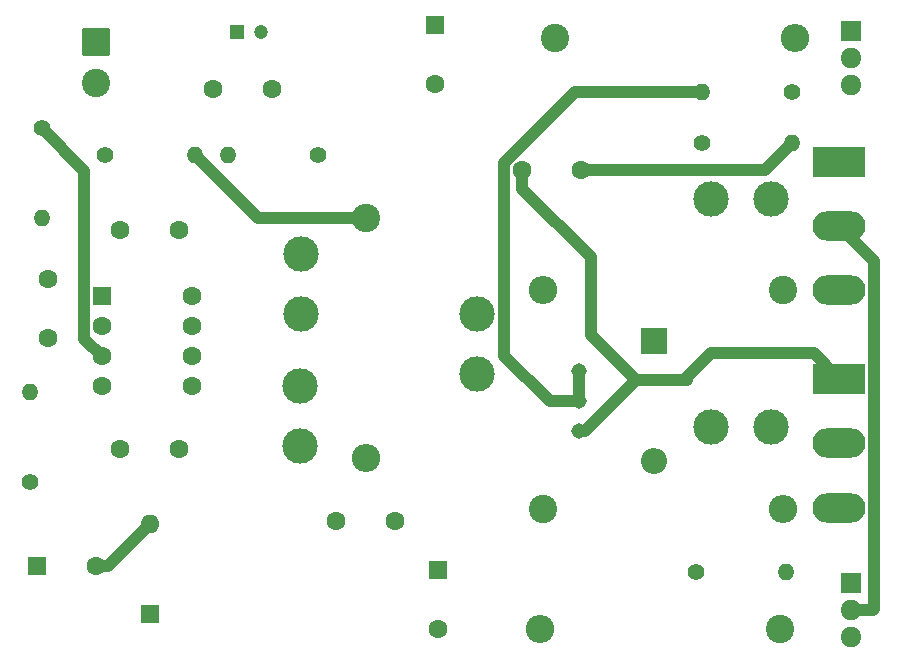
<source format=gbr>
%TF.GenerationSoftware,KiCad,Pcbnew,9.0.0*%
%TF.CreationDate,2025-04-03T19:27:17-04:00*%
%TF.ProjectId,diamond,6469616d-6f6e-4642-9e6b-696361645f70,rev?*%
%TF.SameCoordinates,Original*%
%TF.FileFunction,Copper,L1,Top*%
%TF.FilePolarity,Positive*%
%FSLAX46Y46*%
G04 Gerber Fmt 4.6, Leading zero omitted, Abs format (unit mm)*
G04 Created by KiCad (PCBNEW 9.0.0) date 2025-04-03 19:27:17*
%MOMM*%
%LPD*%
G01*
G04 APERTURE LIST*
G04 Aperture macros list*
%AMRoundRect*
0 Rectangle with rounded corners*
0 $1 Rounding radius*
0 $2 $3 $4 $5 $6 $7 $8 $9 X,Y pos of 4 corners*
0 Add a 4 corners polygon primitive as box body*
4,1,4,$2,$3,$4,$5,$6,$7,$8,$9,$2,$3,0*
0 Add four circle primitives for the rounded corners*
1,1,$1+$1,$2,$3*
1,1,$1+$1,$4,$5*
1,1,$1+$1,$6,$7*
1,1,$1+$1,$8,$9*
0 Add four rect primitives between the rounded corners*
20,1,$1+$1,$2,$3,$4,$5,0*
20,1,$1+$1,$4,$5,$6,$7,0*
20,1,$1+$1,$6,$7,$8,$9,0*
20,1,$1+$1,$8,$9,$2,$3,0*%
G04 Aperture macros list end*
%TA.AperFunction,ComponentPad*%
%ADD10O,1.600000X1.600000*%
%TD*%
%TA.AperFunction,ComponentPad*%
%ADD11R,1.600000X1.600000*%
%TD*%
%TA.AperFunction,ComponentPad*%
%ADD12C,1.600000*%
%TD*%
%TA.AperFunction,ComponentPad*%
%ADD13C,3.000000*%
%TD*%
%TA.AperFunction,ComponentPad*%
%ADD14C,1.400000*%
%TD*%
%TA.AperFunction,ComponentPad*%
%ADD15O,1.400000X1.400000*%
%TD*%
%TA.AperFunction,ComponentPad*%
%ADD16R,1.200000X1.200000*%
%TD*%
%TA.AperFunction,ComponentPad*%
%ADD17C,1.200000*%
%TD*%
%TA.AperFunction,ComponentPad*%
%ADD18RoundRect,0.250001X-0.949999X0.949999X-0.949999X-0.949999X0.949999X-0.949999X0.949999X0.949999X0*%
%TD*%
%TA.AperFunction,ComponentPad*%
%ADD19C,2.400000*%
%TD*%
%TA.AperFunction,ComponentPad*%
%ADD20R,4.500000X2.500000*%
%TD*%
%TA.AperFunction,ComponentPad*%
%ADD21O,4.500000X2.500000*%
%TD*%
%TA.AperFunction,ComponentPad*%
%ADD22RoundRect,0.250000X-0.550000X-0.550000X0.550000X-0.550000X0.550000X0.550000X-0.550000X0.550000X0*%
%TD*%
%TA.AperFunction,ComponentPad*%
%ADD23O,2.400000X2.400000*%
%TD*%
%TA.AperFunction,ComponentPad*%
%ADD24R,1.800000X1.710000*%
%TD*%
%TA.AperFunction,ComponentPad*%
%ADD25O,1.800000X1.710000*%
%TD*%
%TA.AperFunction,ComponentPad*%
%ADD26R,2.200000X2.200000*%
%TD*%
%TA.AperFunction,ComponentPad*%
%ADD27O,2.200000X2.200000*%
%TD*%
%TA.AperFunction,ComponentPad*%
%ADD28C,1.308000*%
%TD*%
%TA.AperFunction,Conductor*%
%ADD29C,1.000000*%
%TD*%
G04 APERTURE END LIST*
D10*
%TO.P,D1,2,A*%
%TO.N,GND*%
X112268000Y-97790000D03*
D11*
%TO.P,D1,1,K*%
%TO.N,Net-(D1-K)*%
X112268000Y-105410000D03*
%TD*%
D12*
%TO.P,C1,2*%
%TO.N,GND*%
X107753349Y-101346000D03*
D11*
%TO.P,C1,1*%
%TO.N,Net-(D1-K)*%
X102753349Y-101346000D03*
%TD*%
D13*
%TO.P,J4,1,1*%
%TO.N,B-*%
X164846000Y-89562000D03*
%TO.P,J4,2,2*%
X159766000Y-89562000D03*
%TD*%
D14*
%TO.P,R12,1*%
%TO.N,GND*%
X126492000Y-66548000D03*
D15*
%TO.P,R12,2*%
%TO.N,GNDS*%
X118872000Y-66548000D03*
%TD*%
D16*
%TO.P,C5,1*%
%TO.N,IN*%
X119666000Y-56134000D03*
D17*
%TO.P,C5,2*%
%TO.N,Net-(U1A-+)*%
X121666000Y-56134000D03*
%TD*%
D14*
%TO.P,R6,1*%
%TO.N,Net-(Q1-E)*%
X158496000Y-101854000D03*
D15*
%TO.P,R6,2*%
%TO.N,Net-(Q4-B)*%
X166116000Y-101854000D03*
%TD*%
D13*
%TO.P,J3,1,1*%
%TO.N,B+*%
X164846000Y-70258000D03*
%TO.P,J3,2,2*%
X159766000Y-70258000D03*
%TD*%
D18*
%TO.P,J1,1,Pin_1*%
%TO.N,IN*%
X107696000Y-56924000D03*
D19*
%TO.P,J1,2,Pin_2*%
%TO.N,GNDS*%
X107696000Y-60424000D03*
%TD*%
D12*
%TO.P,C2,1*%
%TO.N,Net-(Q3-C)*%
X148804000Y-67818000D03*
%TO.P,C2,2*%
%TO.N,Net-(Q4-B)*%
X143804000Y-67818000D03*
%TD*%
D14*
%TO.P,R7,1*%
%TO.N,Net-(Q3-C)*%
X166624000Y-61214000D03*
D15*
%TO.P,R7,2*%
%TO.N,Net-(R7-Pad2)*%
X159004000Y-61214000D03*
%TD*%
D20*
%TO.P,Q3,1,C*%
%TO.N,Net-(Q3-C)*%
X170654000Y-67078000D03*
D21*
%TO.P,Q3,2,B*%
%TO.N,B+*%
X170654000Y-72528000D03*
%TO.P,Q3,3,E*%
%TO.N,Net-(Q3-E)*%
X170654000Y-77978000D03*
%TD*%
D14*
%TO.P,R3,1*%
%TO.N,Net-(D1-K)*%
X102108000Y-94234000D03*
D15*
%TO.P,R3,2*%
%TO.N,Net-(U1A--)*%
X102108000Y-86614000D03*
%TD*%
D12*
%TO.P,C3,1*%
%TO.N,Net-(U1A--)*%
X103632000Y-82002000D03*
%TO.P,C3,2*%
%TO.N,Net-(Q1-B)*%
X103632000Y-77002000D03*
%TD*%
%TO.P,C8,1*%
%TO.N,B-*%
X109768000Y-91440000D03*
%TO.P,C8,2*%
%TO.N,GND*%
X114768000Y-91440000D03*
%TD*%
D22*
%TO.P,U1,1*%
%TO.N,Net-(Q1-B)*%
X108209000Y-78486000D03*
D12*
%TO.P,U1,2,-*%
%TO.N,Net-(U1A--)*%
X108209000Y-81026000D03*
%TO.P,U1,3,+*%
%TO.N,Net-(U1A-+)*%
X108209000Y-83566000D03*
%TO.P,U1,4,V-*%
%TO.N,B-*%
X108209000Y-86106000D03*
%TO.P,U1,5,+*%
%TO.N,GND*%
X115829000Y-86106000D03*
%TO.P,U1,6,-*%
%TO.N,Net-(U1B--)*%
X115829000Y-83566000D03*
%TO.P,U1,7*%
X115829000Y-81026000D03*
%TO.P,U1,8,V+*%
%TO.N,B+*%
X115829000Y-78486000D03*
%TD*%
D13*
%TO.P,J2,1,1*%
%TO.N,SPK*%
X139954000Y-85090000D03*
%TO.P,J2,2,2*%
X139954000Y-80010000D03*
%TD*%
D19*
%TO.P,R1,1*%
%TO.N,Net-(Q1-E)*%
X165608000Y-106680000D03*
D23*
%TO.P,R1,2*%
%TO.N,B-*%
X145288000Y-106680000D03*
%TD*%
D11*
%TO.P,C11,1*%
%TO.N,B+*%
X136398000Y-55509349D03*
D12*
%TO.P,C11,2*%
%TO.N,GND*%
X136398000Y-60509349D03*
%TD*%
D24*
%TO.P,Q2,1,E*%
%TO.N,Net-(Q2-E)*%
X171654000Y-56018000D03*
D25*
%TO.P,Q2,2,C*%
%TO.N,B-*%
X171654000Y-58298000D03*
%TO.P,Q2,3,B*%
%TO.N,Net-(Q1-B)*%
X171654000Y-60578000D03*
%TD*%
D19*
%TO.P,R8,1*%
%TO.N,Net-(Q3-E)*%
X165862000Y-77978000D03*
D23*
%TO.P,R8,2*%
%TO.N,SPK*%
X145542000Y-77978000D03*
%TD*%
D14*
%TO.P,R10,1*%
%TO.N,Net-(U1A-+)*%
X103124000Y-64262000D03*
D15*
%TO.P,R10,2*%
%TO.N,GNDS*%
X103124000Y-71882000D03*
%TD*%
D19*
%TO.P,R2,1*%
%TO.N,B+*%
X146558000Y-56642000D03*
D23*
%TO.P,R2,2*%
%TO.N,Net-(Q2-E)*%
X166878000Y-56642000D03*
%TD*%
D13*
%TO.P,J5,1,1*%
%TO.N,GND*%
X125068000Y-80010000D03*
%TO.P,J5,2,2*%
X125068000Y-74930000D03*
%TD*%
D19*
%TO.P,R9,1*%
%TO.N,SPK*%
X145542000Y-96520000D03*
D23*
%TO.P,R9,2*%
%TO.N,Net-(Q4-E)*%
X165862000Y-96520000D03*
%TD*%
D12*
%TO.P,C6,1*%
%TO.N,Net-(C6-Pad1)*%
X128056000Y-97536000D03*
%TO.P,C6,2*%
%TO.N,GND*%
X133056000Y-97536000D03*
%TD*%
D13*
%TO.P,J6,1,1*%
%TO.N,GND*%
X124968000Y-91186000D03*
%TO.P,J6,2,2*%
X124968000Y-86106000D03*
%TD*%
D26*
%TO.P,D2,1,K*%
%TO.N,B+*%
X154940000Y-82296000D03*
D27*
%TO.P,D2,2,A*%
%TO.N,B-*%
X154940000Y-92456000D03*
%TD*%
D11*
%TO.P,C12,1*%
%TO.N,GND*%
X136652000Y-101680000D03*
D12*
%TO.P,C12,2*%
%TO.N,B-*%
X136652000Y-106680000D03*
%TD*%
D14*
%TO.P,R4,1*%
%TO.N,Net-(U1A--)*%
X108458000Y-66548000D03*
D15*
%TO.P,R4,2*%
%TO.N,SPK*%
X116078000Y-66548000D03*
%TD*%
D20*
%TO.P,Q4,1,B*%
%TO.N,Net-(Q4-B)*%
X170654000Y-85482000D03*
D21*
%TO.P,Q4,2,C*%
%TO.N,B-*%
X170654000Y-90932000D03*
%TO.P,Q4,3,E*%
%TO.N,Net-(Q4-E)*%
X170654000Y-96382000D03*
%TD*%
D12*
%TO.P,C7,1*%
%TO.N,B+*%
X109768000Y-72898000D03*
%TO.P,C7,2*%
%TO.N,GND*%
X114768000Y-72898000D03*
%TD*%
D14*
%TO.P,R5,1*%
%TO.N,Net-(Q2-E)*%
X159004000Y-65532000D03*
D15*
%TO.P,R5,2*%
%TO.N,Net-(Q3-C)*%
X166624000Y-65532000D03*
%TD*%
D19*
%TO.P,R11,1*%
%TO.N,SPK*%
X130556000Y-71882000D03*
D23*
%TO.P,R11,2*%
%TO.N,Net-(C6-Pad1)*%
X130556000Y-92202000D03*
%TD*%
D12*
%TO.P,C4,1*%
%TO.N,Net-(U1A-+)*%
X122642000Y-60960000D03*
%TO.P,C4,2*%
%TO.N,GNDS*%
X117642000Y-60960000D03*
%TD*%
D24*
%TO.P,Q1,1,E*%
%TO.N,Net-(Q1-E)*%
X171654000Y-102766000D03*
D25*
%TO.P,Q1,2,C*%
%TO.N,B+*%
X171654000Y-105046000D03*
%TO.P,Q1,3,B*%
%TO.N,Net-(Q1-B)*%
X171654000Y-107326000D03*
%TD*%
D28*
%TO.P,RV1,1,1*%
%TO.N,Net-(R7-Pad2)*%
X148590000Y-84836000D03*
%TO.P,RV1,2,2*%
X148590000Y-87376000D03*
%TO.P,RV1,3,3*%
%TO.N,Net-(Q4-B)*%
X148590000Y-89916000D03*
%TD*%
D29*
%TO.N,Net-(R7-Pad2)*%
X148590000Y-87376000D02*
X148590000Y-84836000D01*
%TO.N,Net-(Q4-B)*%
X157734000Y-85344000D02*
X157734000Y-85598000D01*
X157734000Y-85598000D02*
X153416000Y-85598000D01*
X159766000Y-83312000D02*
X157734000Y-85344000D01*
X168484000Y-83312000D02*
X159766000Y-83312000D01*
X170654000Y-85482000D02*
X168484000Y-83312000D01*
X149606000Y-81788000D02*
X153416000Y-85598000D01*
X149606000Y-75184000D02*
X149606000Y-81788000D01*
X143804000Y-69382000D02*
X149606000Y-75184000D01*
X143804000Y-67818000D02*
X143804000Y-69382000D01*
%TO.N,Net-(R7-Pad2)*%
X148285265Y-61214000D02*
X159004000Y-61214000D01*
X142303000Y-83508056D02*
X142303000Y-67196265D01*
X148590000Y-87376000D02*
X146170944Y-87376000D01*
X142303000Y-67196265D02*
X148285265Y-61214000D01*
X146170944Y-87376000D02*
X142303000Y-83508056D01*
%TO.N,Net-(U1A-+)*%
X108209000Y-83566000D02*
X106708000Y-82065000D01*
X106708000Y-82065000D02*
X106708000Y-67846000D01*
X106708000Y-67846000D02*
X103124000Y-64262000D01*
%TO.N,Net-(Q3-C)*%
X148804000Y-67818000D02*
X164338000Y-67818000D01*
X164338000Y-67818000D02*
X166624000Y-65532000D01*
%TO.N,Net-(Q4-B)*%
X153416000Y-85598000D02*
X149098000Y-89916000D01*
%TO.N,SPK*%
X116078000Y-66548000D02*
X121412000Y-71882000D01*
X121412000Y-71882000D02*
X130556000Y-71882000D01*
%TO.N,B+*%
X173464000Y-105046000D02*
X173605000Y-104905000D01*
X173605000Y-75479000D02*
X170654000Y-72528000D01*
X173605000Y-104905000D02*
X173605000Y-75479000D01*
X171654000Y-105046000D02*
X173464000Y-105046000D01*
%TO.N,GND*%
X107753349Y-101346000D02*
X108712000Y-101346000D01*
X108712000Y-101346000D02*
X112268000Y-97790000D01*
%TD*%
M02*

</source>
